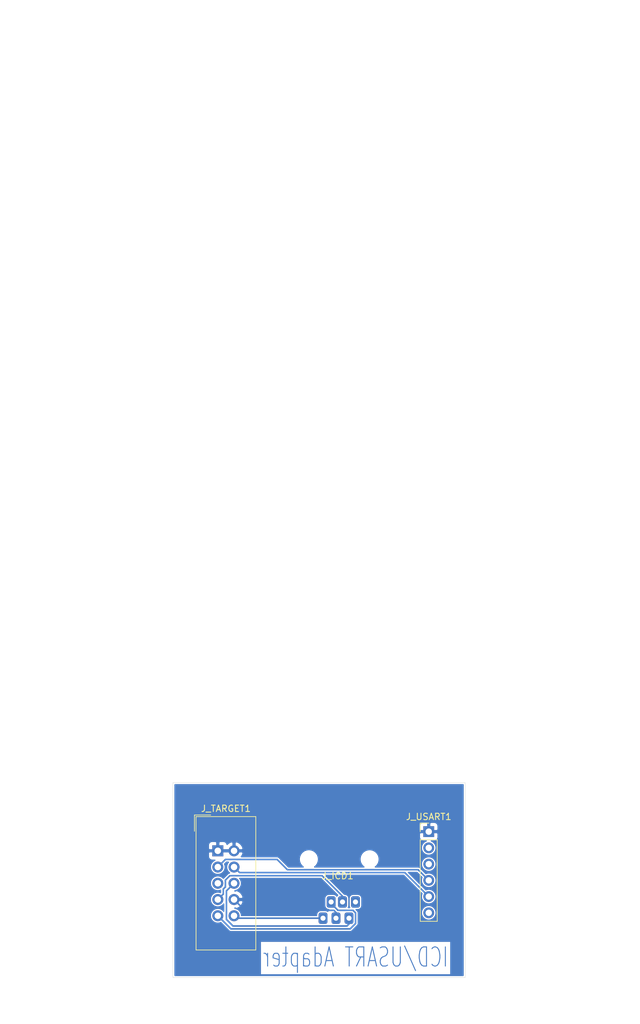
<source format=kicad_pcb>
(kicad_pcb (version 20171130) (host pcbnew 5.1.5-1.fc31)

  (general
    (thickness 1.6)
    (drawings 9)
    (tracks 40)
    (zones 0)
    (modules 3)
    (nets 13)
  )

  (page A4)
  (layers
    (0 F.Cu signal)
    (31 B.Cu signal)
    (32 B.Adhes user)
    (33 F.Adhes user)
    (34 B.Paste user)
    (35 F.Paste user)
    (36 B.SilkS user)
    (37 F.SilkS user)
    (38 B.Mask user)
    (39 F.Mask user)
    (40 Dwgs.User user)
    (41 Cmts.User user)
    (42 Eco1.User user)
    (43 Eco2.User user)
    (44 Edge.Cuts user)
    (45 Margin user)
    (46 B.CrtYd user)
    (47 F.CrtYd user)
    (48 B.Fab user)
    (49 F.Fab user)
  )

  (setup
    (last_trace_width 0.25)
    (trace_clearance 0.2)
    (zone_clearance 0.508)
    (zone_45_only no)
    (trace_min 0.2)
    (via_size 0.8)
    (via_drill 0.4)
    (via_min_size 0.4)
    (via_min_drill 0.3)
    (uvia_size 0.3)
    (uvia_drill 0.1)
    (uvias_allowed no)
    (uvia_min_size 0.2)
    (uvia_min_drill 0.1)
    (edge_width 0.05)
    (segment_width 0.2)
    (pcb_text_width 0.3)
    (pcb_text_size 1.5 1.5)
    (mod_edge_width 0.12)
    (mod_text_size 1 1)
    (mod_text_width 0.15)
    (pad_size 1.524 1.524)
    (pad_drill 0.762)
    (pad_to_mask_clearance 0.051)
    (solder_mask_min_width 0.25)
    (aux_axis_origin 0 0)
    (visible_elements FFFFFF7F)
    (pcbplotparams
      (layerselection 0x01000_ffffffff)
      (usegerberextensions false)
      (usegerberattributes false)
      (usegerberadvancedattributes false)
      (creategerberjobfile false)
      (excludeedgelayer true)
      (linewidth 2.000000)
      (plotframeref false)
      (viasonmask false)
      (mode 1)
      (useauxorigin false)
      (hpglpennumber 1)
      (hpglpenspeed 20)
      (hpglpendiameter 15.000000)
      (psnegative false)
      (psa4output false)
      (plotreference true)
      (plotvalue true)
      (plotinvisibletext false)
      (padsonsilk false)
      (subtractmaskfromsilk false)
      (outputformat 1)
      (mirror false)
      (drillshape 0)
      (scaleselection 1)
      (outputdirectory "gerber/"))
  )

  (net 0 "")
  (net 1 +5V)
  (net 2 GND)
  (net 3 /PGD)
  (net 4 /PGC)
  (net 5 "Net-(J_ICD1-Pad1)")
  (net 6 /MCLR)
  (net 7 "Net-(J_TARGET1-Pad5)")
  (net 8 /TX)
  (net 9 /RX)
  (net 10 "Net-(J_USART1-Pad6)")
  (net 11 "Net-(J_USART1-Pad3)")
  (net 12 "Net-(J_USART1-Pad2)")

  (net_class Default "This is the default net class."
    (clearance 0.2)
    (trace_width 0.25)
    (via_dia 0.8)
    (via_drill 0.4)
    (uvia_dia 0.3)
    (uvia_drill 0.1)
    (add_net +5V)
    (add_net /MCLR)
    (add_net /PGC)
    (add_net /PGD)
    (add_net /RX)
    (add_net /TX)
    (add_net GND)
    (add_net "Net-(J_ICD1-Pad1)")
    (add_net "Net-(J_TARGET1-Pad5)")
    (add_net "Net-(J_USART1-Pad2)")
    (add_net "Net-(J_USART1-Pad3)")
    (add_net "Net-(J_USART1-Pad6)")
  )

  (module Connector_PinHeader_2.54mm:PinHeader_1x06_P2.54mm_Vertical (layer F.Cu) (tedit 59FED5CC) (tstamp 5EBB51C9)
    (at 17 50)
    (descr "Through hole straight pin header, 1x06, 2.54mm pitch, single row")
    (tags "Through hole pin header THT 1x06 2.54mm single row")
    (path /5EBB7CFC)
    (fp_text reference J_USART1 (at 0 -2.33) (layer F.SilkS)
      (effects (font (size 1 1) (thickness 0.15)))
    )
    (fp_text value Conn_01x06 (at 0 15.03) (layer F.Fab)
      (effects (font (size 1 1) (thickness 0.15)))
    )
    (fp_text user %R (at 0 6.35 90) (layer F.Fab)
      (effects (font (size 1 1) (thickness 0.15)))
    )
    (fp_line (start 1.8 -1.8) (end -1.8 -1.8) (layer F.CrtYd) (width 0.05))
    (fp_line (start 1.8 14.5) (end 1.8 -1.8) (layer F.CrtYd) (width 0.05))
    (fp_line (start -1.8 14.5) (end 1.8 14.5) (layer F.CrtYd) (width 0.05))
    (fp_line (start -1.8 -1.8) (end -1.8 14.5) (layer F.CrtYd) (width 0.05))
    (fp_line (start -1.33 -1.33) (end 0 -1.33) (layer F.SilkS) (width 0.12))
    (fp_line (start -1.33 0) (end -1.33 -1.33) (layer F.SilkS) (width 0.12))
    (fp_line (start -1.33 1.27) (end 1.33 1.27) (layer F.SilkS) (width 0.12))
    (fp_line (start 1.33 1.27) (end 1.33 14.03) (layer F.SilkS) (width 0.12))
    (fp_line (start -1.33 1.27) (end -1.33 14.03) (layer F.SilkS) (width 0.12))
    (fp_line (start -1.33 14.03) (end 1.33 14.03) (layer F.SilkS) (width 0.12))
    (fp_line (start -1.27 -0.635) (end -0.635 -1.27) (layer F.Fab) (width 0.1))
    (fp_line (start -1.27 13.97) (end -1.27 -0.635) (layer F.Fab) (width 0.1))
    (fp_line (start 1.27 13.97) (end -1.27 13.97) (layer F.Fab) (width 0.1))
    (fp_line (start 1.27 -1.27) (end 1.27 13.97) (layer F.Fab) (width 0.1))
    (fp_line (start -0.635 -1.27) (end 1.27 -1.27) (layer F.Fab) (width 0.1))
    (pad 6 thru_hole oval (at 0 12.7) (size 1.7 1.7) (drill 1) (layers *.Cu *.Mask)
      (net 10 "Net-(J_USART1-Pad6)"))
    (pad 5 thru_hole oval (at 0 10.16) (size 1.7 1.7) (drill 1) (layers *.Cu *.Mask)
      (net 8 /TX))
    (pad 4 thru_hole oval (at 0 7.62) (size 1.7 1.7) (drill 1) (layers *.Cu *.Mask)
      (net 9 /RX))
    (pad 3 thru_hole oval (at 0 5.08) (size 1.7 1.7) (drill 1) (layers *.Cu *.Mask)
      (net 11 "Net-(J_USART1-Pad3)"))
    (pad 2 thru_hole oval (at 0 2.54) (size 1.7 1.7) (drill 1) (layers *.Cu *.Mask)
      (net 12 "Net-(J_USART1-Pad2)"))
    (pad 1 thru_hole rect (at 0 0) (size 1.7 1.7) (drill 1) (layers *.Cu *.Mask)
      (net 2 GND))
    (model ${KISYS3DMOD}/Connector_PinHeader_2.54mm.3dshapes/PinHeader_1x06_P2.54mm_Vertical.wrl
      (at (xyz 0 0 0))
      (scale (xyz 1 1 1))
      (rotate (xyz 0 0 0))
    )
  )

  (module Connector_IDC:IDC-Header_2x05_P2.54mm_Vertical (layer F.Cu) (tedit 59DE0611) (tstamp 5EBB51AF)
    (at -16 53)
    (descr "Through hole straight IDC box header, 2x05, 2.54mm pitch, double rows")
    (tags "Through hole IDC box header THT 2x05 2.54mm double row")
    (path /5EBB23A4)
    (fp_text reference J_TARGET1 (at 1.27 -6.604) (layer F.SilkS)
      (effects (font (size 1 1) (thickness 0.15)))
    )
    (fp_text value Conn_02x05_Odd_Even (at 1.27 16.764) (layer F.Fab)
      (effects (font (size 1 1) (thickness 0.15)))
    )
    (fp_line (start -3.655 -5.6) (end -1.115 -5.6) (layer F.SilkS) (width 0.12))
    (fp_line (start -3.655 -5.6) (end -3.655 -3.06) (layer F.SilkS) (width 0.12))
    (fp_line (start -3.405 -5.35) (end 5.945 -5.35) (layer F.SilkS) (width 0.12))
    (fp_line (start -3.405 15.51) (end -3.405 -5.35) (layer F.SilkS) (width 0.12))
    (fp_line (start 5.945 15.51) (end -3.405 15.51) (layer F.SilkS) (width 0.12))
    (fp_line (start 5.945 -5.35) (end 5.945 15.51) (layer F.SilkS) (width 0.12))
    (fp_line (start -3.41 -5.35) (end 5.95 -5.35) (layer F.CrtYd) (width 0.05))
    (fp_line (start -3.41 15.51) (end -3.41 -5.35) (layer F.CrtYd) (width 0.05))
    (fp_line (start 5.95 15.51) (end -3.41 15.51) (layer F.CrtYd) (width 0.05))
    (fp_line (start 5.95 -5.35) (end 5.95 15.51) (layer F.CrtYd) (width 0.05))
    (fp_line (start -3.155 15.26) (end -2.605 14.7) (layer F.Fab) (width 0.1))
    (fp_line (start -3.155 -5.1) (end -2.605 -4.56) (layer F.Fab) (width 0.1))
    (fp_line (start 5.695 15.26) (end 5.145 14.7) (layer F.Fab) (width 0.1))
    (fp_line (start 5.695 -5.1) (end 5.145 -4.56) (layer F.Fab) (width 0.1))
    (fp_line (start 5.145 14.7) (end -2.605 14.7) (layer F.Fab) (width 0.1))
    (fp_line (start 5.695 15.26) (end -3.155 15.26) (layer F.Fab) (width 0.1))
    (fp_line (start 5.145 -4.56) (end -2.605 -4.56) (layer F.Fab) (width 0.1))
    (fp_line (start 5.695 -5.1) (end -3.155 -5.1) (layer F.Fab) (width 0.1))
    (fp_line (start -2.605 7.33) (end -3.155 7.33) (layer F.Fab) (width 0.1))
    (fp_line (start -2.605 2.83) (end -3.155 2.83) (layer F.Fab) (width 0.1))
    (fp_line (start -2.605 7.33) (end -2.605 14.7) (layer F.Fab) (width 0.1))
    (fp_line (start -2.605 -4.56) (end -2.605 2.83) (layer F.Fab) (width 0.1))
    (fp_line (start -3.155 -5.1) (end -3.155 15.26) (layer F.Fab) (width 0.1))
    (fp_line (start 5.145 -4.56) (end 5.145 14.7) (layer F.Fab) (width 0.1))
    (fp_line (start 5.695 -5.1) (end 5.695 15.26) (layer F.Fab) (width 0.1))
    (fp_text user %R (at 1.27 5.08) (layer F.Fab)
      (effects (font (size 1 1) (thickness 0.15)))
    )
    (pad 10 thru_hole oval (at 2.54 10.16) (size 1.7272 1.7272) (drill 1.016) (layers *.Cu *.Mask)
      (net 6 /MCLR))
    (pad 9 thru_hole oval (at 0 10.16) (size 1.7272 1.7272) (drill 1.016) (layers *.Cu *.Mask)
      (net 1 +5V))
    (pad 8 thru_hole oval (at 2.54 7.62) (size 1.7272 1.7272) (drill 1.016) (layers *.Cu *.Mask)
      (net 2 GND))
    (pad 7 thru_hole oval (at 0 7.62) (size 1.7272 1.7272) (drill 1.016) (layers *.Cu *.Mask)
      (net 3 /PGD))
    (pad 6 thru_hole oval (at 2.54 5.08) (size 1.7272 1.7272) (drill 1.016) (layers *.Cu *.Mask)
      (net 4 /PGC))
    (pad 5 thru_hole oval (at 0 5.08) (size 1.7272 1.7272) (drill 1.016) (layers *.Cu *.Mask)
      (net 7 "Net-(J_TARGET1-Pad5)"))
    (pad 4 thru_hole oval (at 2.54 2.54) (size 1.7272 1.7272) (drill 1.016) (layers *.Cu *.Mask)
      (net 8 /TX))
    (pad 3 thru_hole oval (at 0 2.54) (size 1.7272 1.7272) (drill 1.016) (layers *.Cu *.Mask)
      (net 9 /RX))
    (pad 2 thru_hole oval (at 2.54 0) (size 1.7272 1.7272) (drill 1.016) (layers *.Cu *.Mask)
      (net 2 GND))
    (pad 1 thru_hole rect (at 0 0) (size 1.7272 1.7272) (drill 1.016) (layers *.Cu *.Mask)
      (net 2 GND))
    (model ${KISYS3DMOD}/Connector_IDC.3dshapes/IDC-Header_2x05_P2.54mm_Vertical.wrl
      (at (xyz 0 0 0))
      (scale (xyz 1 1 1))
      (rotate (xyz 0 0 0))
    )
  )

  (module __6p6c:6p6c (layer F.Cu) (tedit 5EBAFF97) (tstamp 5EBB5187)
    (at 3 61 180)
    (path /5EBB5889)
    (fp_text reference J_ICD1 (at 0.254 4.064) (layer F.SilkS)
      (effects (font (size 1 1) (thickness 0.15)))
    )
    (fp_text value 6P6C (at 0 -9.144) (layer F.Fab)
      (effects (font (size 1 1) (thickness 0.15)))
    )
    (fp_line (start -6.5 13.18) (end -6.5 -4) (layer F.CrtYd) (width 0.12))
    (fp_line (start 6.5 -4) (end 6.5 13.18) (layer F.CrtYd) (width 0.12))
    (fp_line (start -6.5 -4) (end 6.5 -4) (layer F.CrtYd) (width 0.12))
    (fp_line (start -6.5 13.18) (end 6.5 13.18) (layer F.CrtYd) (width 0.12))
    (pad "" np_thru_hole circle (at 4.75 6.68 180) (size 2.4 2.4) (drill 2.4) (layers *.Cu *.Mask))
    (pad "" np_thru_hole circle (at -4.75 6.68 180) (size 2.4 2.4) (drill 2.4) (layers *.Cu *.Mask))
    (pad 6 thru_hole roundrect (at 2.54 -2.54 180) (size 1.4 1.8) (drill 0.8) (layers *.Cu *.Mask) (roundrect_rratio 0.25)
      (net 6 /MCLR))
    (pad 5 thru_hole roundrect (at 1.27 0 180) (size 1.4 1.8) (drill 0.8) (layers *.Cu *.Mask) (roundrect_rratio 0.25)
      (net 1 +5V))
    (pad 4 thru_hole roundrect (at 0.51 -2.54 180) (size 1.4 1.8) (drill 0.8) (layers *.Cu *.Mask) (roundrect_rratio 0.25)
      (net 2 GND))
    (pad 3 thru_hole roundrect (at -0.51 0 180) (size 1.4 1.8) (drill 0.8) (layers *.Cu *.Mask) (roundrect_rratio 0.25)
      (net 3 /PGD))
    (pad 2 thru_hole roundrect (at -1.525 -2.54 180) (size 1.4 1.8) (drill 0.8) (layers *.Cu *.Mask) (roundrect_rratio 0.25)
      (net 4 /PGC))
    (pad 1 thru_hole roundrect (at -2.54 0 180) (size 1.4 1.8) (drill 0.8) (layers *.Cu *.Mask) (roundrect_rratio 0.25)
      (net 5 "Net-(J_ICD1-Pad1)"))
  )

  (gr_line (start -50 80) (end -50 -80) (layer Dwgs.User) (width 0.15) (tstamp 5EBB5646))
  (gr_line (start 50 80) (end -50 80) (layer Dwgs.User) (width 0.15))
  (gr_line (start 50 -80) (end 50 80) (layer Dwgs.User) (width 0.15))
  (gr_line (start -50 -80) (end 50 -80) (layer Dwgs.User) (width 0.15))
  (gr_text "ICD/USART Adapter" (at 5.555 69.645) (layer B.Cu)
    (effects (font (size 3 2) (thickness 0.15)) (justify mirror))
  )
  (gr_line (start -23.02 72.82) (end -23.02 42.34) (layer Edge.Cuts) (width 0.05) (tstamp 5EBB55C1))
  (gr_line (start 22.7 72.82) (end -23.02 72.82) (layer Edge.Cuts) (width 0.05))
  (gr_line (start 22.7 42.34) (end 22.7 72.82) (layer Edge.Cuts) (width 0.05))
  (gr_line (start -23.02 42.34) (end 22.7 42.34) (layer Edge.Cuts) (width 0.05))

  (segment (start 5.55001 64.3696) (end 4.70459 65.21502) (width 0.25) (layer B.Cu) (net 1))
  (segment (start 1.73 61.24359) (end 2.8014 62.31499) (width 0.25) (layer B.Cu) (net 1))
  (segment (start 1.73 61) (end 1.73 61.24359) (width 0.25) (layer B.Cu) (net 1))
  (segment (start 2.8014 62.31499) (end 5.1546 62.31499) (width 0.25) (layer B.Cu) (net 1))
  (segment (start 5.1546 62.31499) (end 5.55001 62.7104) (width 0.25) (layer B.Cu) (net 1))
  (segment (start 5.55001 62.7104) (end 5.55001 64.3696) (width 0.25) (layer B.Cu) (net 1))
  (segment (start -13.94498 65.21502) (end -16 63.16) (width 0.25) (layer B.Cu) (net 1))
  (segment (start 4.70459 65.21502) (end -13.94498 65.21502) (width 0.25) (layer B.Cu) (net 1))
  (segment (start -12.596401 61.483599) (end -13.46 60.62) (width 0.25) (layer B.Cu) (net 2))
  (segment (start -11.76501 62.31499) (end -12.596401 61.483599) (width 0.25) (layer B.Cu) (net 2))
  (segment (start 2.49 62.64) (end 2.16499 62.31499) (width 0.25) (layer B.Cu) (net 2))
  (segment (start 2.16499 62.31499) (end -11.76501 62.31499) (width 0.25) (layer B.Cu) (net 2))
  (segment (start 2.49 63.54) (end 2.49 62.64) (width 0.25) (layer B.Cu) (net 2))
  (segment (start -15.136401 58.975531) (end -15.136401 59.756401) (width 0.25) (layer B.Cu) (net 3))
  (segment (start -15.136401 59.756401) (end -16 60.62) (width 0.25) (layer B.Cu) (net 3))
  (segment (start -14.811399 57.585502) (end -14.811399 58.650529) (width 0.25) (layer B.Cu) (net 3))
  (segment (start -14.811399 58.650529) (end -15.136401 58.975531) (width 0.25) (layer B.Cu) (net 3))
  (segment (start -14.117296 56.891399) (end -14.811399 57.585502) (width 0.25) (layer B.Cu) (net 3))
  (segment (start 0.301399 56.891399) (end -14.117296 56.891399) (width 0.25) (layer B.Cu) (net 3))
  (segment (start 3.51 60.1) (end 0.301399 56.891399) (width 0.25) (layer B.Cu) (net 3))
  (segment (start 3.51 61) (end 3.51 60.1) (width 0.25) (layer B.Cu) (net 3))
  (segment (start -14.323599 58.943599) (end -13.46 58.08) (width 0.25) (layer B.Cu) (net 4))
  (segment (start -14.648601 59.268601) (end -14.323599 58.943599) (width 0.25) (layer B.Cu) (net 4))
  (segment (start -13.61412 64.76501) (end -14.648601 63.730529) (width 0.25) (layer B.Cu) (net 4))
  (segment (start 4.19999 64.76501) (end -13.61412 64.76501) (width 0.25) (layer B.Cu) (net 4))
  (segment (start 4.525 64.44) (end 4.19999 64.76501) (width 0.25) (layer B.Cu) (net 4))
  (segment (start -14.648601 63.730529) (end -14.648601 59.268601) (width 0.25) (layer B.Cu) (net 4))
  (segment (start 4.525 63.54) (end 4.525 64.44) (width 0.25) (layer B.Cu) (net 4))
  (segment (start -13.08 63.54) (end -13.46 63.16) (width 0.25) (layer B.Cu) (net 6))
  (segment (start 0.46 63.54) (end -13.08 63.54) (width 0.25) (layer B.Cu) (net 6))
  (segment (start 16.150001 59.310001) (end 17 60.16) (width 0.25) (layer B.Cu) (net 8))
  (segment (start 13.243599 56.403599) (end 16.150001 59.310001) (width 0.25) (layer B.Cu) (net 8))
  (segment (start -12.596401 56.403599) (end 13.243599 56.403599) (width 0.25) (layer B.Cu) (net 8))
  (segment (start -13.46 55.54) (end -12.596401 56.403599) (width 0.25) (layer B.Cu) (net 8))
  (segment (start 16.150001 56.770001) (end 17 57.62) (width 0.25) (layer B.Cu) (net 9))
  (segment (start -5.116857 55.953589) (end 15.333589 55.953589) (width 0.25) (layer B.Cu) (net 9))
  (segment (start 15.333589 55.953589) (end 16.150001 56.770001) (width 0.25) (layer B.Cu) (net 9))
  (segment (start -6.719047 54.351399) (end -5.116857 55.953589) (width 0.25) (layer B.Cu) (net 9))
  (segment (start -14.811399 54.351399) (end -6.719047 54.351399) (width 0.25) (layer B.Cu) (net 9))
  (segment (start -16 55.54) (end -14.811399 54.351399) (width 0.25) (layer B.Cu) (net 9))

  (zone (net 2) (net_name GND) (layer B.Cu) (tstamp 0) (hatch edge 0.508)
    (connect_pads (clearance 0.2))
    (min_thickness 0.2)
    (fill yes (arc_segments 32) (thermal_gap 0.508) (thermal_bridge_width 0.508))
    (polygon
      (pts
        (xy 22.7 72.82) (xy -23.02 72.82) (xy -23.02 42.34) (xy 22.7 42.34)
      )
    )
    (filled_polygon
      (pts
        (xy 22.375001 72.495) (xy -22.695 72.495) (xy -22.695 67.1475) (xy -9.343809 67.1475) (xy -9.343809 72.3975)
        (xy 20.45381 72.3975) (xy 20.45381 67.1475) (xy -9.343809 67.1475) (xy -22.695 67.1475) (xy -22.695 53.8636)
        (xy -17.474542 53.8636) (xy -17.462803 53.982789) (xy -17.428037 54.097397) (xy -17.37158 54.203021) (xy -17.295601 54.295601)
        (xy -17.203021 54.37158) (xy -17.097397 54.428037) (xy -16.982789 54.462803) (xy -16.8636 54.474542) (xy -16.463291 54.47243)
        (xy -16.551171 54.508831) (xy -16.741752 54.636173) (xy -16.903827 54.798248) (xy -17.031169 54.988829) (xy -17.118883 55.20059)
        (xy -17.1636 55.425395) (xy -17.1636 55.654605) (xy -17.118883 55.87941) (xy -17.031169 56.091171) (xy -16.903827 56.281752)
        (xy -16.741752 56.443827) (xy -16.551171 56.571169) (xy -16.33941 56.658883) (xy -16.114605 56.7036) (xy -15.885395 56.7036)
        (xy -15.66059 56.658883) (xy -15.448829 56.571169) (xy -15.258248 56.443827) (xy -15.096173 56.281752) (xy -14.968831 56.091171)
        (xy -14.881117 55.87941) (xy -14.8364 55.654605) (xy -14.8364 55.425395) (xy -14.881117 55.20059) (xy -14.933379 55.074419)
        (xy -14.635359 54.776399) (xy -14.341978 54.776399) (xy -14.363827 54.798248) (xy -14.491169 54.988829) (xy -14.578883 55.20059)
        (xy -14.6236 55.425395) (xy -14.6236 55.654605) (xy -14.578883 55.87941) (xy -14.491169 56.091171) (xy -14.363827 56.281752)
        (xy -14.201752 56.443827) (xy -14.164142 56.468957) (xy -14.192969 56.471796) (xy -14.200611 56.472549) (xy -14.224913 56.479921)
        (xy -14.280723 56.496851) (xy -14.354556 56.536315) (xy -14.41927 56.589425) (xy -14.432575 56.605637) (xy -15.097156 57.270219)
        (xy -15.113373 57.283528) (xy -15.130285 57.304136) (xy -15.258248 57.176173) (xy -15.448829 57.048831) (xy -15.66059 56.961117)
        (xy -15.885395 56.9164) (xy -16.114605 56.9164) (xy -16.33941 56.961117) (xy -16.551171 57.048831) (xy -16.741752 57.176173)
        (xy -16.903827 57.338248) (xy -17.031169 57.528829) (xy -17.118883 57.74059) (xy -17.1636 57.965395) (xy -17.1636 58.194605)
        (xy -17.118883 58.41941) (xy -17.031169 58.631171) (xy -16.903827 58.821752) (xy -16.741752 58.983827) (xy -16.551171 59.111169)
        (xy -16.33941 59.198883) (xy -16.114605 59.2436) (xy -15.885395 59.2436) (xy -15.66059 59.198883) (xy -15.561401 59.157798)
        (xy -15.5614 59.542203) (xy -15.66059 59.501117) (xy -15.885395 59.4564) (xy -16.114605 59.4564) (xy -16.33941 59.501117)
        (xy -16.551171 59.588831) (xy -16.741752 59.716173) (xy -16.903827 59.878248) (xy -17.031169 60.068829) (xy -17.118883 60.28059)
        (xy -17.1636 60.505395) (xy -17.1636 60.734605) (xy -17.118883 60.95941) (xy -17.031169 61.171171) (xy -16.903827 61.361752)
        (xy -16.741752 61.523827) (xy -16.551171 61.651169) (xy -16.33941 61.738883) (xy -16.114605 61.7836) (xy -15.885395 61.7836)
        (xy -15.66059 61.738883) (xy -15.448829 61.651169) (xy -15.258248 61.523827) (xy -15.096173 61.361752) (xy -15.0736 61.32797)
        (xy -15.073601 62.45203) (xy -15.096173 62.418248) (xy -15.258248 62.256173) (xy -15.448829 62.128831) (xy -15.66059 62.041117)
        (xy -15.885395 61.9964) (xy -16.114605 61.9964) (xy -16.33941 62.041117) (xy -16.551171 62.128831) (xy -16.741752 62.256173)
        (xy -16.903827 62.418248) (xy -17.031169 62.608829) (xy -17.118883 62.82059) (xy -17.1636 63.045395) (xy -17.1636 63.274605)
        (xy -17.118883 63.49941) (xy -17.031169 63.711171) (xy -16.903827 63.901752) (xy -16.741752 64.063827) (xy -16.551171 64.191169)
        (xy -16.33941 64.278883) (xy -16.114605 64.3236) (xy -15.885395 64.3236) (xy -15.66059 64.278883) (xy -15.534419 64.226621)
        (xy -14.260259 65.500782) (xy -14.246954 65.516994) (xy -14.18224 65.570104) (xy -14.108407 65.609568) (xy -14.052597 65.626498)
        (xy -14.028295 65.63387) (xy -14.019882 65.634699) (xy -13.965854 65.64002) (xy -13.965848 65.64002) (xy -13.944981 65.642075)
        (xy -13.924114 65.64002) (xy 4.683723 65.64002) (xy 4.70459 65.642075) (xy 4.725457 65.64002) (xy 4.725464 65.64002)
        (xy 4.787904 65.63387) (xy 4.868017 65.609568) (xy 4.94185 65.570104) (xy 5.006564 65.516994) (xy 5.019873 65.500777)
        (xy 5.835772 64.684879) (xy 5.851984 64.671574) (xy 5.905094 64.60686) (xy 5.944558 64.533027) (xy 5.96579 64.463036)
        (xy 5.96886 64.452915) (xy 5.973094 64.409926) (xy 5.97501 64.390474) (xy 5.97501 64.390468) (xy 5.977065 64.369601)
        (xy 5.97501 64.348734) (xy 5.97501 62.731266) (xy 5.977065 62.710399) (xy 5.97501 62.689532) (xy 5.97501 62.689526)
        (xy 5.96886 62.627086) (xy 5.95662 62.586735) (xy 15.85 62.586735) (xy 15.85 62.813265) (xy 15.894194 63.035443)
        (xy 15.980884 63.244729) (xy 16.106737 63.433082) (xy 16.266918 63.593263) (xy 16.455271 63.719116) (xy 16.664557 63.805806)
        (xy 16.886735 63.85) (xy 17.113265 63.85) (xy 17.335443 63.805806) (xy 17.544729 63.719116) (xy 17.733082 63.593263)
        (xy 17.893263 63.433082) (xy 18.019116 63.244729) (xy 18.105806 63.035443) (xy 18.15 62.813265) (xy 18.15 62.586735)
        (xy 18.105806 62.364557) (xy 18.019116 62.155271) (xy 17.893263 61.966918) (xy 17.733082 61.806737) (xy 17.544729 61.680884)
        (xy 17.335443 61.594194) (xy 17.113265 61.55) (xy 16.886735 61.55) (xy 16.664557 61.594194) (xy 16.455271 61.680884)
        (xy 16.266918 61.806737) (xy 16.106737 61.966918) (xy 15.980884 62.155271) (xy 15.894194 62.364557) (xy 15.85 62.586735)
        (xy 5.95662 62.586735) (xy 5.944558 62.546973) (xy 5.905094 62.47314) (xy 5.851984 62.408426) (xy 5.835773 62.395122)
        (xy 5.642101 62.201451) (xy 5.89 62.201451) (xy 6.017092 62.188934) (xy 6.1393 62.151862) (xy 6.251927 62.091662)
        (xy 6.350645 62.010645) (xy 6.431662 61.911927) (xy 6.491862 61.7993) (xy 6.528934 61.677092) (xy 6.541451 61.55)
        (xy 6.541451 60.45) (xy 6.528934 60.322908) (xy 6.491862 60.2007) (xy 6.431662 60.088073) (xy 6.350645 59.989355)
        (xy 6.251927 59.908338) (xy 6.1393 59.848138) (xy 6.017092 59.811066) (xy 5.89 59.798549) (xy 5.19 59.798549)
        (xy 5.062908 59.811066) (xy 4.9407 59.848138) (xy 4.828073 59.908338) (xy 4.729355 59.989355) (xy 4.648338 60.088073)
        (xy 4.588138 60.2007) (xy 4.551066 60.322908) (xy 4.538549 60.45) (xy 4.538549 61.55) (xy 4.551066 61.677092)
        (xy 4.588138 61.7993) (xy 4.636613 61.88999) (xy 4.413387 61.88999) (xy 4.461862 61.7993) (xy 4.498934 61.677092)
        (xy 4.511451 61.55) (xy 4.511451 60.45) (xy 4.498934 60.322908) (xy 4.461862 60.2007) (xy 4.401662 60.088073)
        (xy 4.320645 59.989355) (xy 4.221927 59.908338) (xy 4.1093 59.848138) (xy 3.987092 59.811066) (xy 3.86 59.798549)
        (xy 3.812403 59.798549) (xy 3.811974 59.798026) (xy 3.795762 59.784721) (xy 0.839639 56.828599) (xy 13.067559 56.828599)
        (xy 15.86424 59.625281) (xy 15.864245 59.625285) (xy 15.943788 59.704828) (xy 15.894194 59.824557) (xy 15.85 60.046735)
        (xy 15.85 60.273265) (xy 15.894194 60.495443) (xy 15.980884 60.704729) (xy 16.106737 60.893082) (xy 16.266918 61.053263)
        (xy 16.455271 61.179116) (xy 16.664557 61.265806) (xy 16.886735 61.31) (xy 17.113265 61.31) (xy 17.335443 61.265806)
        (xy 17.544729 61.179116) (xy 17.733082 61.053263) (xy 17.893263 60.893082) (xy 18.019116 60.704729) (xy 18.105806 60.495443)
        (xy 18.15 60.273265) (xy 18.15 60.046735) (xy 18.105806 59.824557) (xy 18.019116 59.615271) (xy 17.893263 59.426918)
        (xy 17.733082 59.266737) (xy 17.544729 59.140884) (xy 17.335443 59.054194) (xy 17.113265 59.01) (xy 16.886735 59.01)
        (xy 16.664557 59.054194) (xy 16.544828 59.103788) (xy 16.465285 59.024245) (xy 16.465281 59.02424) (xy 13.819629 56.378589)
        (xy 15.157549 56.378589) (xy 15.86424 57.085281) (xy 15.864245 57.085285) (xy 15.943788 57.164828) (xy 15.894194 57.284557)
        (xy 15.85 57.506735) (xy 15.85 57.733265) (xy 15.894194 57.955443) (xy 15.980884 58.164729) (xy 16.106737 58.353082)
        (xy 16.266918 58.513263) (xy 16.455271 58.639116) (xy 16.664557 58.725806) (xy 16.886735 58.77) (xy 17.113265 58.77)
        (xy 17.335443 58.725806) (xy 17.544729 58.639116) (xy 17.733082 58.513263) (xy 17.893263 58.353082) (xy 18.019116 58.164729)
        (xy 18.105806 57.955443) (xy 18.15 57.733265) (xy 18.15 57.506735) (xy 18.105806 57.284557) (xy 18.019116 57.075271)
        (xy 17.893263 56.886918) (xy 17.733082 56.726737) (xy 17.544729 56.600884) (xy 17.335443 56.514194) (xy 17.113265 56.47)
        (xy 16.886735 56.47) (xy 16.664557 56.514194) (xy 16.544828 56.563788) (xy 16.465285 56.484245) (xy 16.465281 56.48424)
        (xy 15.648872 55.667832) (xy 15.635563 55.651615) (xy 15.570849 55.598505) (xy 15.497016 55.559041) (xy 15.416903 55.534739)
        (xy 15.354463 55.528589) (xy 15.354456 55.528589) (xy 15.333589 55.526534) (xy 15.312722 55.528589) (xy 8.641147 55.528589)
        (xy 8.706194 55.485126) (xy 8.915126 55.276194) (xy 9.079283 55.030517) (xy 9.105702 54.966735) (xy 15.85 54.966735)
        (xy 15.85 55.193265) (xy 15.894194 55.415443) (xy 15.980884 55.624729) (xy 16.106737 55.813082) (xy 16.266918 55.973263)
        (xy 16.455271 56.099116) (xy 16.664557 56.185806) (xy 16.886735 56.23) (xy 17.113265 56.23) (xy 17.335443 56.185806)
        (xy 17.544729 56.099116) (xy 17.733082 55.973263) (xy 17.893263 55.813082) (xy 18.019116 55.624729) (xy 18.105806 55.415443)
        (xy 18.15 55.193265) (xy 18.15 54.966735) (xy 18.105806 54.744557) (xy 18.019116 54.535271) (xy 17.893263 54.346918)
        (xy 17.733082 54.186737) (xy 17.544729 54.060884) (xy 17.335443 53.974194) (xy 17.113265 53.93) (xy 16.886735 53.93)
        (xy 16.664557 53.974194) (xy 16.455271 54.060884) (xy 16.266918 54.186737) (xy 16.106737 54.346918) (xy 15.980884 54.535271)
        (xy 15.894194 54.744557) (xy 15.85 54.966735) (xy 9.105702 54.966735) (xy 9.192356 54.757534) (xy 9.25 54.467737)
        (xy 9.25 54.172263) (xy 9.192356 53.882466) (xy 9.079283 53.609483) (xy 8.915126 53.363806) (xy 8.706194 53.154874)
        (xy 8.460517 52.990717) (xy 8.187534 52.877644) (xy 7.897737 52.82) (xy 7.602263 52.82) (xy 7.312466 52.877644)
        (xy 7.039483 52.990717) (xy 6.793806 53.154874) (xy 6.584874 53.363806) (xy 6.420717 53.609483) (xy 6.307644 53.882466)
        (xy 6.25 54.172263) (xy 6.25 54.467737) (xy 6.307644 54.757534) (xy 6.420717 55.030517) (xy 6.584874 55.276194)
        (xy 6.793806 55.485126) (xy 6.858853 55.528589) (xy -0.858853 55.528589) (xy -0.793806 55.485126) (xy -0.584874 55.276194)
        (xy -0.420717 55.030517) (xy -0.307644 54.757534) (xy -0.25 54.467737) (xy -0.25 54.172263) (xy -0.307644 53.882466)
        (xy -0.420717 53.609483) (xy -0.584874 53.363806) (xy -0.793806 53.154874) (xy -1.039483 52.990717) (xy -1.312466 52.877644)
        (xy -1.602263 52.82) (xy -1.897737 52.82) (xy -2.187534 52.877644) (xy -2.460517 52.990717) (xy -2.706194 53.154874)
        (xy -2.915126 53.363806) (xy -3.079283 53.609483) (xy -3.192356 53.882466) (xy -3.25 54.172263) (xy -3.25 54.467737)
        (xy -3.192356 54.757534) (xy -3.079283 55.030517) (xy -2.915126 55.276194) (xy -2.706194 55.485126) (xy -2.641147 55.528589)
        (xy -4.940816 55.528589) (xy -6.403764 54.065642) (xy -6.417073 54.049425) (xy -6.481787 53.996315) (xy -6.55562 53.956851)
        (xy -6.635733 53.932549) (xy -6.698173 53.926399) (xy -6.69818 53.926399) (xy -6.719047 53.924344) (xy -6.739914 53.926399)
        (xy -12.322117 53.926399) (xy -12.185463 53.73565) (xy -12.066435 53.472865) (xy -12.038589 53.381049) (xy -12.149417 53.154)
        (xy -13.306 53.154) (xy -13.306 53.174) (xy -13.614 53.174) (xy -13.614 53.154) (xy -15.846 53.154)
        (xy -15.846 53.174) (xy -16.154 53.174) (xy -16.154 53.154) (xy -17.3196 53.154) (xy -17.4716 53.306)
        (xy -17.474542 53.8636) (xy -22.695 53.8636) (xy -22.695 52.1364) (xy -17.474542 52.1364) (xy -17.4716 52.694)
        (xy -17.3196 52.846) (xy -16.154 52.846) (xy -16.154 51.6804) (xy -15.846 51.6804) (xy -15.846 52.846)
        (xy -13.614 52.846) (xy -13.614 51.688474) (xy -13.306 51.688474) (xy -13.306 52.846) (xy -12.149417 52.846)
        (xy -12.038589 52.618951) (xy -12.066435 52.527135) (xy -12.185463 52.26435) (xy -12.353471 52.029835) (xy -12.564003 51.832603)
        (xy -12.808967 51.680234) (xy -13.07895 51.578583) (xy -13.306 51.688474) (xy -13.614 51.688474) (xy -13.84105 51.578583)
        (xy -14.111033 51.680234) (xy -14.355997 51.832603) (xy -14.540706 52.005643) (xy -14.571963 51.902603) (xy -14.62842 51.796979)
        (xy -14.704399 51.704399) (xy -14.796979 51.62842) (xy -14.902603 51.571963) (xy -15.017211 51.537197) (xy -15.1364 51.525458)
        (xy -15.694 51.5284) (xy -15.846 51.6804) (xy -16.154 51.6804) (xy -16.306 51.5284) (xy -16.8636 51.525458)
        (xy -16.982789 51.537197) (xy -17.097397 51.571963) (xy -17.203021 51.62842) (xy -17.295601 51.704399) (xy -17.37158 51.796979)
        (xy -17.428037 51.902603) (xy -17.462803 52.017211) (xy -17.474542 52.1364) (xy -22.695 52.1364) (xy -22.695 50.85)
        (xy 15.539058 50.85) (xy 15.550797 50.969189) (xy 15.585563 51.083797) (xy 15.64202 51.189421) (xy 15.717999 51.282001)
        (xy 15.810579 51.35798) (xy 15.916203 51.414437) (xy 16.030811 51.449203) (xy 16.15 51.460942) (xy 16.605935 51.458476)
        (xy 16.455271 51.520884) (xy 16.266918 51.646737) (xy 16.106737 51.806918) (xy 15.980884 51.995271) (xy 15.894194 52.204557)
        (xy 15.85 52.426735) (xy 15.85 52.653265) (xy 15.894194 52.875443) (xy 15.980884 53.084729) (xy 16.106737 53.273082)
        (xy 16.266918 53.433263) (xy 16.455271 53.559116) (xy 16.664557 53.645806) (xy 16.886735 53.69) (xy 17.113265 53.69)
        (xy 17.335443 53.645806) (xy 17.544729 53.559116) (xy 17.733082 53.433263) (xy 17.893263 53.273082) (xy 18.019116 53.084729)
        (xy 18.105806 52.875443) (xy 18.15 52.653265) (xy 18.15 52.426735) (xy 18.105806 52.204557) (xy 18.019116 51.995271)
        (xy 17.893263 51.806918) (xy 17.733082 51.646737) (xy 17.544729 51.520884) (xy 17.394065 51.458476) (xy 17.85 51.460942)
        (xy 17.969189 51.449203) (xy 18.083797 51.414437) (xy 18.189421 51.35798) (xy 18.282001 51.282001) (xy 18.35798 51.189421)
        (xy 18.414437 51.083797) (xy 18.449203 50.969189) (xy 18.460942 50.85) (xy 18.458 50.306) (xy 18.306 50.154)
        (xy 17.154 50.154) (xy 17.154 50.174) (xy 16.846 50.174) (xy 16.846 50.154) (xy 15.694 50.154)
        (xy 15.542 50.306) (xy 15.539058 50.85) (xy -22.695 50.85) (xy -22.695 49.15) (xy 15.539058 49.15)
        (xy 15.542 49.694) (xy 15.694 49.846) (xy 16.846 49.846) (xy 16.846 48.694) (xy 17.154 48.694)
        (xy 17.154 49.846) (xy 18.306 49.846) (xy 18.458 49.694) (xy 18.460942 49.15) (xy 18.449203 49.030811)
        (xy 18.414437 48.916203) (xy 18.35798 48.810579) (xy 18.282001 48.717999) (xy 18.189421 48.64202) (xy 18.083797 48.585563)
        (xy 17.969189 48.550797) (xy 17.85 48.539058) (xy 17.306 48.542) (xy 17.154 48.694) (xy 16.846 48.694)
        (xy 16.694 48.542) (xy 16.15 48.539058) (xy 16.030811 48.550797) (xy 15.916203 48.585563) (xy 15.810579 48.64202)
        (xy 15.717999 48.717999) (xy 15.64202 48.810579) (xy 15.585563 48.916203) (xy 15.550797 49.030811) (xy 15.539058 49.15)
        (xy -22.695 49.15) (xy -22.695 42.665) (xy 22.375 42.665)
      )
    )
    (filled_polygon
      (pts
        (xy 2.644 63.386) (xy 2.664 63.386) (xy 2.664 63.694) (xy 2.644 63.694) (xy 2.644 63.714)
        (xy 2.336 63.714) (xy 2.336 63.694) (xy 2.316 63.694) (xy 2.316 63.386) (xy 2.336 63.386)
        (xy 2.336 63.366) (xy 2.644 63.366)
      )
    )
    (filled_polygon
      (pts
        (xy 2.753708 59.944748) (xy 2.699355 59.989355) (xy 2.62 60.086048) (xy 2.540645 59.989355) (xy 2.441927 59.908338)
        (xy 2.3293 59.848138) (xy 2.207092 59.811066) (xy 2.08 59.798549) (xy 1.38 59.798549) (xy 1.252908 59.811066)
        (xy 1.1307 59.848138) (xy 1.018073 59.908338) (xy 0.919355 59.989355) (xy 0.838338 60.088073) (xy 0.778138 60.2007)
        (xy 0.741066 60.322908) (xy 0.728549 60.45) (xy 0.728549 61.55) (xy 0.741066 61.677092) (xy 0.778138 61.7993)
        (xy 0.838338 61.911927) (xy 0.919355 62.010645) (xy 1.018073 62.091662) (xy 1.1307 62.151862) (xy 1.252908 62.188934)
        (xy 1.36748 62.200218) (xy 1.357999 62.207999) (xy 1.28202 62.300579) (xy 1.225563 62.406203) (xy 1.204638 62.475184)
        (xy 1.171927 62.448338) (xy 1.0593 62.388138) (xy 0.937092 62.351066) (xy 0.81 62.338549) (xy 0.11 62.338549)
        (xy -0.017092 62.351066) (xy -0.1393 62.388138) (xy -0.251927 62.448338) (xy -0.350645 62.529355) (xy -0.431662 62.628073)
        (xy -0.491862 62.7407) (xy -0.528934 62.862908) (xy -0.541451 62.99) (xy -0.541451 63.115) (xy -12.2964 63.115)
        (xy -12.2964 63.045395) (xy -12.341117 62.82059) (xy -12.428831 62.608829) (xy -12.556173 62.418248) (xy -12.718248 62.256173)
        (xy -12.908829 62.128831) (xy -13.12059 62.041117) (xy -13.305998 62.004237) (xy -13.305998 61.931527) (xy -13.07895 62.041417)
        (xy -12.808967 61.939766) (xy -12.564003 61.787397) (xy -12.353471 61.590165) (xy -12.185463 61.35565) (xy -12.066435 61.092865)
        (xy -12.038589 61.001049) (xy -12.149417 60.774) (xy -13.306 60.774) (xy -13.306 60.794) (xy -13.614 60.794)
        (xy -13.614 60.774) (xy -13.634 60.774) (xy -13.634 60.466) (xy -13.614 60.466) (xy -13.614 60.446)
        (xy -13.306 60.446) (xy -13.306 60.466) (xy -12.149417 60.466) (xy -12.038589 60.238951) (xy -12.066435 60.147135)
        (xy -12.185463 59.88435) (xy -12.353471 59.649835) (xy -12.564003 59.452603) (xy -12.808967 59.300234) (xy -13.07895 59.198583)
        (xy -13.305998 59.308473) (xy -13.305998 59.235763) (xy -13.12059 59.198883) (xy -12.908829 59.111169) (xy -12.718248 58.983827)
        (xy -12.556173 58.821752) (xy -12.428831 58.631171) (xy -12.341117 58.41941) (xy -12.2964 58.194605) (xy -12.2964 57.965395)
        (xy -12.341117 57.74059) (xy -12.428831 57.528829) (xy -12.556173 57.338248) (xy -12.578022 57.316399) (xy 0.125359 57.316399)
      )
    )
  )
)

</source>
